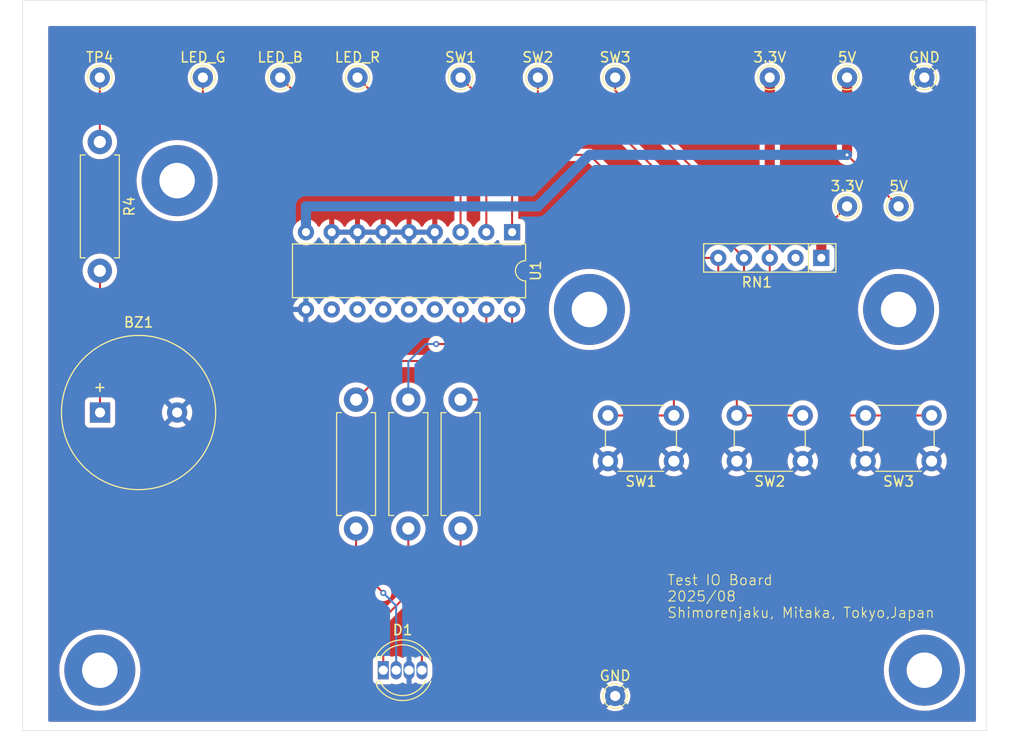
<source format=kicad_pcb>
(kicad_pcb (version 20240108) (generator "pcbnew") (generator_version "8.0")
  (layers (0 "F.Cu" signal) (31 "B.Cu" signal) (34 "B.Paste" user) (35 "F.Paste" user) (36 "B.SilkS" user "B.Silkscreen") (37 "F.SilkS" user "F.Silkscreen") (38 "B.Mask" user) (39 "F.Mask" user) (44 "Edge.Cuts" user))
  (net 0 "")
  (net 1 "Net-(BZ1-+)")
  (net 2 "GND")
  (net 3 "Net-(D1-GA)")
  (net 4 "Net-(D1-RA)")
  (net 5 "Net-(D1-BA)")
  (net 6 "Net-(U1-O1)")
  (net 7 "Net-(U1-O3)")
  (net 8 "Net-(U1-O2)")
  (net 9 "Net-(RN1-R4)")
  (net 10 "+3.3V")
  (net 11 "Net-(RN1-R2)")
  (net 13 "Net-(RN1-R3)")
  (net 14 "Net-(U1-I1)")
  (net 15 "Net-(U1-I2)")
  (net 16 "Net-(U1-I3)")
  (net 22 "+5V")
  (net 23 "Net-(R4-Pad1)")
  (footprint "Package_DIP:DIP-18_W7.62mm" (layer "F.Cu") (at 142.24 81.28 -90)
    (property "Reference" "U1" (at 3.81 -2.33 90) (layer "F.SilkS"))
    (property "Value" "TBD62785APG")
    (fp_line (start 1.16 21.65) (end 6.46 21.65) (stroke (width 0.12)) (layer "F.SilkS"))
    (fp_line (start 6.46 21.65) (end 6.46 -1.33) (stroke (width 0.12)) (layer "F.SilkS"))
    (fp_line (start 1.16 -1.33) (end 1.16 21.65) (stroke (width 0.12)) (layer "F.SilkS"))
    (fp_line (start 2.81 -1.33) (end 1.16 -1.33) (stroke (width 0.12)) (layer "F.SilkS"))
    (fp_line (start 6.46 -1.33) (end 4.81 -1.33) (stroke (width 0.12)) (layer "F.SilkS"))
    (fp_arc (start 4.81 -1.33) (mid 3.81 -0.33) (end 2.81 -1.33) (stroke (width 0.12)) (layer "F.SilkS"))
    (pad "1" thru_hole rect (at 0 0 270) (size 1.6 1.6) (drill 0.8) (layers "*.Cu" "*.Mask") (net 14 "Net-(U1-I1)"))
    (pad "2" thru_hole oval (at 0 2.54 270) (size 1.6 1.6) (drill 0.8) (layers "*.Cu" "*.Mask") (net 15 "Net-(U1-I2)"))
    (pad "3" thru_hole oval (at 0 5.08 270) (size 1.6 1.6) (drill 0.8) (layers "*.Cu" "*.Mask") (net 16 "Net-(U1-I3)"))
    (pad "4" thru_hole oval (at 0 7.62 270) (size 1.6 1.6) (drill 0.8) (layers "*.Cu" "*.Mask") (net 2 "GND"))
    (pad "5" thru_hole oval (at 0 10.16 270) (size 1.6 1.6) (drill 0.8) (layers "*.Cu" "*.Mask") (net 2 "GND"))
    (pad "6" thru_hole oval (at 0 12.7 270) (size 1.6 1.6) (drill 0.8) (layers "*.Cu" "*.Mask") (net 2 "GND"))
    (pad "7" thru_hole oval (at 0 15.24 270) (size 1.6 1.6) (drill 0.8) (layers "*.Cu" "*.Mask") (net 2 "GND"))
    (pad "8" thru_hole oval (at 0 17.78 270) (size 1.6 1.6) (drill 0.8) (layers "*.Cu" "*.Mask") (net 2 "GND"))
    (pad "9" thru_hole oval (at 0 20.32 270) (size 1.6 1.6) (drill 0.8) (layers "*.Cu" "*.Mask") (net 22 "+5V"))
    (pad "10" thru_hole oval (at 7.62 20.32 270) (size 1.6 1.6) (drill 0.8) (layers "*.Cu" "*.Mask") (net 2 "GND"))
    (pad "11" thru_hole oval (at 7.62 17.78 270) (size 1.6 1.6) (drill 0.8) (layers "*.Cu" "*.Mask"))
    (pad "12" thru_hole oval (at 7.62 15.24 270) (size 1.6 1.6) (drill 0.8) (layers "*.Cu" "*.Mask"))
    (pad "13" thru_hole oval (at 7.62 12.7 270) (size 1.6 1.6) (drill 0.8) (layers "*.Cu" "*.Mask"))
    (pad "14" thru_hole oval (at 7.62 10.16 270) (size 1.6 1.6) (drill 0.8) (layers "*.Cu" "*.Mask"))
    (pad "15" thru_hole oval (at 7.62 7.62 270) (size 1.6 1.6) (drill 0.8) (layers "*.Cu" "*.Mask"))
    (pad "16" thru_hole oval (at 7.62 5.08 270) (size 1.6 1.6) (drill 0.8) (layers "*.Cu" "*.Mask") (net 7 "Net-(U1-O3)"))
    (pad "17" thru_hole oval (at 7.62 2.54 270) (size 1.6 1.6) (drill 0.8) (layers "*.Cu" "*.Mask") (net 8 "Net-(U1-O2)"))
    (pad "18" thru_hole oval (at 7.62 0 270) (size 1.6 1.6) (drill 0.8) (layers "*.Cu" "*.Mask") (net 6 "Net-(U1-O1)"))
  )
  (footprint "TestPoint:TestPoint_THTPad_D2.0mm_Drill1.0mm" (layer "F.Cu") (at 111.76 66.04)
    (property "Reference" "LED_G" (at 0 -1.998 0) (layer "F.SilkS"))
    (property "Value" "LED_G")
    (fp_circle (center 0 0) (end 0 1.2) (stroke (width 0.12)) (fill none) (layer "F.SilkS"))
    (pad "1" thru_hole circle (at 0 0) (size 2 2) (drill 1) (layers "*.Cu" "*.Mask") (net 16 "Net-(U1-I3)"))
  )
  (footprint "TestPoint:TestPoint_THTPad_D2.0mm_Drill1.0mm" (layer "F.Cu") (at 137.16 66.04)
    (property "Reference" "SW1" (at 0 -1.998 0) (layer "F.SilkS"))
    (property "Value" "SW1")
    (fp_circle (center 0 0) (end 0 1.2) (stroke (width 0.12)) (fill none) (layer "F.SilkS"))
    (pad "1" thru_hole circle (at 0 0) (size 2 2) (drill 1) (layers "*.Cu" "*.Mask") (net 9 "Net-(RN1-R4)"))
  )
  (footprint "Button_Switch_THT:SW_PUSH_6mm_H7.3mm" (layer "F.Cu") (at 158.19 103.85 180)
    (property "Reference" "SW1" (at 3.25 -2 0) (layer "F.SilkS"))
    (property "Value" "RED")
    (fp_line (start 6.75 3) (end 6.75 1.5) (stroke (width 0.12)) (layer "F.SilkS"))
    (fp_line (start 5.5 -1) (end 1 -1) (stroke (width 0.12)) (layer "F.SilkS"))
    (fp_line (start 1 5.5) (end 5.5 5.5) (stroke (width 0.12)) (layer "F.SilkS"))
    (fp_line (start -0.25 1.5) (end -0.25 3) (stroke (width 0.12)) (layer "F.SilkS"))
    (pad "1" thru_hole circle (at 0 0 270) (size 2 2) (drill 1.1) (layers "*.Cu" "*.Mask") (net 2 "GND"))
    (pad "1" thru_hole circle (at 6.5 0 270) (size 2 2) (drill 1.1) (layers "*.Cu" "*.Mask") (net 2 "GND"))
    (pad "2" thru_hole circle (at 0 4.5 270) (size 2 2) (drill 1.1) (layers "*.Cu" "*.Mask") (net 9 "Net-(RN1-R4)"))
    (pad "2" thru_hole circle (at 6.5 4.5 270) (size 2 2) (drill 1.1) (layers "*.Cu" "*.Mask") (net 9 "Net-(RN1-R4)"))
  )
  (footprint "MountingHole:MountingHole_3.5mm_Pad" (layer "F.Cu") (at 101.6 124.46)
    (property "Reference" "REF**" (hide yes))
    (property "Value" "MountingHole_3.5mm_Pad")
    (pad "1" thru_hole circle (at 0 0) (size 7 7) (drill 3.5) (layers "*.Cu" "*.Mask"))
  )
  (footprint "Button_Switch_THT:SW_PUSH_6mm_H7.3mm" (layer "F.Cu") (at 183.59 103.85 180)
    (property "Reference" "SW3" (at 3.25 -2 0) (layer "F.SilkS"))
    (property "Value" "BLUE")
    (fp_line (start 6.75 3) (end 6.75 1.5) (stroke (width 0.12)) (layer "F.SilkS"))
    (fp_line (start 5.5 -1) (end 1 -1) (stroke (width 0.12)) (layer "F.SilkS"))
    (fp_line (start 1 5.5) (end 5.5 5.5) (stroke (width 0.12)) (layer "F.SilkS"))
    (fp_line (start -0.25 1.5) (end -0.25 3) (stroke (width 0.12)) (layer "F.SilkS"))
    (pad "1" thru_hole circle (at 0 0 270) (size 2 2) (drill 1.1) (layers "*.Cu" "*.Mask") (net 2 "GND"))
    (pad "1" thru_hole circle (at 6.5 0 270) (size 2 2) (drill 1.1) (layers "*.Cu" "*.Mask") (net 2 "GND"))
    (pad "2" thru_hole circle (at 0 4.5 270) (size 2 2) (drill 1.1) (layers "*.Cu" "*.Mask") (net 11 "Net-(RN1-R2)"))
    (pad "2" thru_hole circle (at 6.5 4.5 270) (size 2 2) (drill 1.1) (layers "*.Cu" "*.Mask") (net 11 "Net-(RN1-R2)"))
  )
  (footprint "Resistor_THT:R_Array_SIP5" (layer "F.Cu") (at 172.72 83.82 180)
    (property "Reference" "RN1" (at 6.35 -2.4 0) (layer "F.SilkS"))
    (property "Value" "R_Network04")
    (fp_line (start 11.6 1.4) (end 11.6 -1.4) (stroke (width 0.12)) (layer "F.SilkS"))
    (fp_line (start 11.6 -1.4) (end -1.44 -1.4) (stroke (width 0.12)) (layer "F.SilkS"))
    (fp_line (start 1.27 -1.4) (end 1.27 1.4) (stroke (width 0.12)) (layer "F.SilkS"))
    (fp_line (start -1.44 1.4) (end 11.6 1.4) (stroke (width 0.12)) (layer "F.SilkS"))
    (fp_line (start -1.44 -1.4) (end -1.44 1.4) (stroke (width 0.12)) (layer "F.SilkS"))
    (pad "1" thru_hole rect (at 0 0 180) (size 1.6 1.6) (drill 0.8) (layers "*.Cu" "*.Mask") (net 10 "+3.3V"))
    (pad "2" thru_hole oval (at 2.54 0 180) (size 1.6 1.6) (drill 0.8) (layers "*.Cu" "*.Mask"))
    (pad "3" thru_hole oval (at 5.08 0 180) (size 1.6 1.6) (drill 0.8) (layers "*.Cu" "*.Mask") (net 11 "Net-(RN1-R2)"))
    (pad "4" thru_hole oval (at 7.62 0 180) (size 1.6 1.6) (drill 0.8) (layers "*.Cu" "*.Mask") (net 13 "Net-(RN1-R3)"))
    (pad "5" thru_hole oval (at 10.16 0 180) (size 1.6 1.6) (drill 0.8) (layers "*.Cu" "*.Mask") (net 9 "Net-(RN1-R4)"))
  )
  (footprint "Button_Switch_THT:SW_PUSH_6mm_H7.3mm" (layer "F.Cu") (at 170.89 103.85 180)
    (property "Reference" "SW2" (at 3.25 -2 0) (layer "F.SilkS"))
    (property "Value" "GREEN")
    (fp_line (start 6.75 3) (end 6.75 1.5) (stroke (width 0.12)) (layer "F.SilkS"))
    (fp_line (start 5.5 -1) (end 1 -1) (stroke (width 0.12)) (layer "F.SilkS"))
    (fp_line (start 1 5.5) (end 5.5 5.5) (stroke (width 0.12)) (layer "F.SilkS"))
    (fp_line (start -0.25 1.5) (end -0.25 3) (stroke (width 0.12)) (layer "F.SilkS"))
    (pad "1" thru_hole circle (at 0 0 270) (size 2 2) (drill 1.1) (layers "*.Cu" "*.Mask") (net 2 "GND"))
    (pad "1" thru_hole circle (at 6.5 0 270) (size 2 2) (drill 1.1) (layers "*.Cu" "*.Mask") (net 2 "GND"))
    (pad "2" thru_hole circle (at 0 4.5 270) (size 2 2) (drill 1.1) (layers "*.Cu" "*.Mask") (net 13 "Net-(RN1-R3)"))
    (pad "2" thru_hole circle (at 6.5 4.5 270) (size 2 2) (drill 1.1) (layers "*.Cu" "*.Mask") (net 13 "Net-(RN1-R3)"))
  )
  (footprint "TestPoint:TestPoint_THTPad_D2.0mm_Drill1.0mm" (layer "F.Cu") (at 152.4 127)
    (property "Reference" "GND" (at 0 -1.998 0) (layer "F.SilkS"))
    (property "Value" "GND")
    (fp_circle (center 0 0) (end 0 1.2) (stroke (width 0.12)) (fill none) (layer "F.SilkS"))
    (pad "1" thru_hole circle (at 0 0) (size 2 2) (drill 1) (layers "*.Cu" "*.Mask") (net 2 "GND"))
  )
  (footprint "TestPoint:TestPoint_THTPad_D2.0mm_Drill1.0mm" (layer "F.Cu") (at 180.34 78.74)
    (property "Reference" "5V" (at 0 -1.998 0) (layer "F.SilkS"))
    (property "Value" "5V")
    (fp_circle (center 0 0) (end 0 1.2) (stroke (width 0.12)) (fill none) (layer "F.SilkS"))
    (pad "1" thru_hole circle (at 0 0) (size 2 2) (drill 1) (layers "*.Cu" "*.Mask") (net 22 "+5V"))
  )
  (footprint "TestPoint:TestPoint_THTPad_D2.0mm_Drill1.0mm" (layer "F.Cu") (at 152.4 66.04)
    (property "Reference" "SW3" (at 0 -1.998 0) (layer "F.SilkS"))
    (property "Value" "SW3")
    (fp_circle (center 0 0) (end 0 1.2) (stroke (width 0.12)) (fill none) (layer "F.SilkS"))
    (pad "1" thru_hole circle (at 0 0) (size 2 2) (drill 1) (layers "*.Cu" "*.Mask") (net 11 "Net-(RN1-R2)"))
  )
  (footprint "MountingHole:MountingHole_3.5mm_Pad" (layer "F.Cu") (at 182.88 124.46)
    (property "Reference" "REF**" (hide yes))
    (property "Value" "MountingHole_3.5mm_Pad")
    (pad "1" thru_hole circle (at 0 0) (size 7 7) (drill 3.5) (layers "*.Cu" "*.Mask"))
  )
  (footprint "Resistor_THT:R_Axial_DIN0411_L9.9mm_D3.6mm_P12.70mm_Horizontal" (layer "F.Cu") (at 137.16 97.79 -90)
    (property "Reference" "R1" (hide yes))
    (property "Value" "R")
    (fp_line (start 1.28 1.92) (end 11.42 1.92) (stroke (width 0.12)) (layer "F.SilkS"))
    (fp_line (start 11.42 1.92) (end 11.42 1.44) (stroke (width 0.12)) (layer "F.SilkS"))
    (fp_line (start 1.28 1.44) (end 1.28 1.92) (stroke (width 0.12)) (layer "F.SilkS"))
    (fp_line (start 1.28 -1.44) (end 1.28 -1.92) (stroke (width 0.12)) (layer "F.SilkS"))
    (fp_line (start 1.28 -1.92) (end 11.42 -1.92) (stroke (width 0.12)) (layer "F.SilkS"))
    (fp_line (start 11.42 -1.92) (end 11.42 -1.44) (stroke (width 0.12)) (layer "F.SilkS"))
    (pad "1" thru_hole circle (at 0 0 270) (size 2.4 2.4) (drill 1.2) (layers "*.Cu" "*.Mask") (net 6 "Net-(U1-O1)"))
    (pad "2" thru_hole oval (at 12.7 0 270) (size 2.4 2.4) (drill 1.2) (layers "*.Cu" "*.Mask") (net 4 "Net-(D1-RA)"))
  )
  (footprint "TestPoint:TestPoint_THTPad_D2.0mm_Drill1.0mm" (layer "F.Cu") (at 167.64 66.04)
    (property "Reference" "3.3V" (at 0 -1.998 0) (layer "F.SilkS"))
    (property "Value" "3.3V")
    (fp_circle (center 0 0) (end 0 1.2) (stroke (width 0.12)) (fill none) (layer "F.SilkS"))
    (pad "1" thru_hole circle (at 0 0) (size 2 2) (drill 1) (layers "*.Cu" "*.Mask") (net 10 "+3.3V"))
  )
  (footprint "Resistor_THT:R_Axial_DIN0411_L9.9mm_D3.6mm_P12.70mm_Horizontal" (layer "F.Cu") (at 132.01 97.79 -90)
    (property "Reference" "R2" (hide yes))
    (property "Value" "R")
    (fp_line (start 1.28 1.92) (end 11.42 1.92) (stroke (width 0.12)) (layer "F.SilkS"))
    (fp_line (start 11.42 1.92) (end 11.42 1.44) (stroke (width 0.12)) (layer "F.SilkS"))
    (fp_line (start 1.28 1.44) (end 1.28 1.92) (stroke (width 0.12)) (layer "F.SilkS"))
    (fp_line (start 1.28 -1.44) (end 1.28 -1.92) (stroke (width 0.12)) (layer "F.SilkS"))
    (fp_line (start 1.28 -1.92) (end 11.42 -1.92) (stroke (width 0.12)) (layer "F.SilkS"))
    (fp_line (start 11.42 -1.92) (end 11.42 -1.44) (stroke (width 0.12)) (layer "F.SilkS"))
    (pad "1" thru_hole circle (at 0 0 270) (size 2.4 2.4) (drill 1.2) (layers "*.Cu" "*.Mask") (net 7 "Net-(U1-O3)"))
    (pad "2" thru_hole oval (at 12.7 0 270) (size 2.4 2.4) (drill 1.2) (layers "*.Cu" "*.Mask") (net 3 "Net-(D1-GA)"))
  )
  (footprint "TestPoint:TestPoint_THTPad_D2.0mm_Drill1.0mm" (layer "F.Cu") (at 127 66.04)
    (property "Reference" "LED_R" (at 0 -1.998 0) (layer "F.SilkS"))
    (property "Value" "LED_R")
    (fp_circle (center 0 0) (end 0 1.2) (stroke (width 0.12)) (fill none) (layer "F.SilkS"))
    (pad "1" thru_hole circle (at 0 0) (size 2 2) (drill 1) (layers "*.Cu" "*.Mask") (net 14 "Net-(U1-I1)"))
  )
  (footprint "TestPoint:TestPoint_THTPad_D2.0mm_Drill1.0mm" (layer "F.Cu") (at 101.6 66.04)
    (property "Reference" "TP4" (at 0 -1.998 0) (layer "F.SilkS"))
    (property "Value" "BUZ")
    (fp_circle (center 0 0) (end 0 1.2) (stroke (width 0.12)) (fill none) (layer "F.SilkS"))
    (pad "1" thru_hole circle (at 0 0) (size 2 2) (drill 1) (layers "*.Cu" "*.Mask") (net 23 "Net-(R4-Pad1)"))
  )
  (footprint "TestPoint:TestPoint_THTPad_D2.0mm_Drill1.0mm" (layer "F.Cu") (at 119.38 66.04)
    (property "Reference" "LED_B" (at 0 -1.998 0) (layer "F.SilkS"))
    (property "Value" "LED_B")
    (fp_circle (center 0 0) (end 0 1.2) (stroke (width 0.12)) (fill none) (layer "F.SilkS"))
    (pad "1" thru_hole circle (at 0 0) (size 2 2) (drill 1) (layers "*.Cu" "*.Mask") (net 15 "Net-(U1-I2)"))
  )
  (footprint "Resistor_THT:R_Axial_DIN0411_L9.9mm_D3.6mm_P12.70mm_Horizontal" (layer "F.Cu") (at 126.86 97.79 -90)
    (property "Reference" "R3" (hide yes))
    (property "Value" "R")
    (fp_line (start 1.28 1.92) (end 11.42 1.92) (stroke (width 0.12)) (layer "F.SilkS"))
    (fp_line (start 11.42 1.92) (end 11.42 1.44) (stroke (width 0.12)) (layer "F.SilkS"))
    (fp_line (start 1.28 1.44) (end 1.28 1.92) (stroke (width 0.12)) (layer "F.SilkS"))
    (fp_line (start 1.28 -1.44) (end 1.28 -1.92) (stroke (width 0.12)) (layer "F.SilkS"))
    (fp_line (start 1.28 -1.92) (end 11.42 -1.92) (stroke (width 0.12)) (layer "F.SilkS"))
    (fp_line (start 11.42 -1.92) (end 11.42 -1.44) (stroke (width 0.12)) (layer "F.SilkS"))
    (pad "1" thru_hole circle (at 0 0 270) (size 2.4 2.4) (drill 1.2) (layers "*.Cu" "*.Mask") (net 8 "Net-(U1-O2)"))
    (pad "2" thru_hole oval (at 12.7 0 270) (size 2.4 2.4) (drill 1.2) (layers "*.Cu" "*.Mask") (net 5 "Net-(D1-BA)"))
  )
  (footprint "TestPoint:TestPoint_THTPad_D2.0mm_Drill1.0mm" (layer "F.Cu") (at 175.26 78.74)
    (property "Reference" "3.3V" (at 0 -1.998 0) (layer "F.SilkS"))
    (property "Value" "3.3V")
    (fp_circle (center 0 0) (end 0 1.2) (stroke (width 0.12)) (fill none) (layer "F.SilkS"))
    (pad "1" thru_hole circle (at 0 0) (size 2 2) (drill 1) (layers "*.Cu" "*.Mask") (net 10 "+3.3V"))
  )
  (footprint "MountingHole:MountingHole_3.5mm_Pad" (layer "F.Cu") (at 109.22 76.2)
    (property "Reference" "REF**" (hide yes))
    (property "Value" "MountingHole_3.5mm_Pad")
    (pad "1" thru_hole circle (at 0 0) (size 7 7) (drill 3.5) (layers "*.Cu" "*.Mask"))
  )
  (footprint "TestPoint:TestPoint_THTPad_D2.0mm_Drill1.0mm" (layer "F.Cu") (at 175.26 66.04)
    (property "Reference" "5V" (at 0 -1.998 0) (layer "F.SilkS"))
    (property "Value" "5V")
    (fp_circle (center 0 0) (end 0 1.2) (stroke (width 0.12)) (fill none) (layer "F.SilkS"))
    (pad "1" thru_hole circle (at 0 0) (size 2 2) (drill 1) (layers "*.Cu" "*.Mask") (net 22 "+5V"))
  )
  (footprint "MountingHole:MountingHole_3.5mm_Pad" (layer "F.Cu") (at 180.34 88.9)
    (property "Reference" "REF**" (hide yes))
    (property "Value" "MountingHole_3.5mm_Pad")
    (pad "1" thru_hole circle (at 0 0) (size 7 7) (drill 3.5) (layers "*.Cu" "*.Mask"))
  )
  (footprint "TestPoint:TestPoint_THTPad_D2.0mm_Drill1.0mm" (layer "F.Cu") (at 144.78 66.04)
    (property "Reference" "SW2" (at 0 -1.998 0) (layer "F.SilkS"))
    (property "Value" "SW2")
    (fp_circle (center 0 0) (end 0 1.2) (stroke (width 0.12)) (fill none) (layer "F.SilkS"))
    (pad "1" thru_hole circle (at 0 0) (size 2 2) (drill 1) (layers "*.Cu" "*.Mask") (net 13 "Net-(RN1-R3)"))
  )
  (footprint "Buzzer_Beeper:Buzzer_15x7.5RM7.6" (layer "F.Cu") (at 101.62 99.06)
    (property "Reference" "BZ1" (at 3.81 -8.89 0) (layer "F.SilkS"))
    (property "Value" "Buzzer")
    (fp_circle (center 3.8 0) (end 11.4 0) (stroke (width 0.12)) (fill none) (layer "F.SilkS"))
    (fp_text user "+" (at -0.01 -2.54 0) (layer "F.SilkS"))
    (pad "1" thru_hole rect (at 0 0) (size 2 2) (drill 1) (layers "*.Cu" "*.Mask") (net 1 "Net-(BZ1-+)"))
    (pad "2" thru_hole circle (at 7.6 0) (size 2 2) (drill 1) (layers "*.Cu" "*.Mask") (net 2 "GND"))
  )
  (footprint "MountingHole:MountingHole_3.5mm_Pad" (layer "F.Cu") (at 149.86 88.9)
    (property "Reference" "REF**" (hide yes))
    (property "Value" "MountingHole_3.5mm_Pad")
    (pad "1" thru_hole circle (at 0 0) (size 7 7) (drill 3.5) (layers "*.Cu" "*.Mask"))
  )
  (footprint "Resistor_THT:R_Axial_DIN0411_L9.9mm_D3.6mm_P12.70mm_Horizontal" (layer "F.Cu") (at 101.6 72.39 -90)
    (property "Reference" "R4" (at 6.35 -2.92 90) (layer "F.SilkS"))
    (property "Value" "R")
    (fp_line (start 1.28 1.92) (end 11.42 1.92) (stroke (width 0.12)) (layer "F.SilkS"))
    (fp_line (start 11.42 1.92) (end 11.42 1.44) (stroke (width 0.12)) (layer "F.SilkS"))
    (fp_line (start 1.28 1.44) (end 1.28 1.92) (stroke (width 0.12)) (layer "F.SilkS"))
    (fp_line (start 1.28 -1.44) (end 1.28 -1.92) (stroke (width 0.12)) (layer "F.SilkS"))
    (fp_line (start 1.28 -1.92) (end 11.42 -1.92) (stroke (width 0.12)) (layer "F.SilkS"))
    (fp_line (start 11.42 -1.92) (end 11.42 -1.44) (stroke (width 0.12)) (layer "F.SilkS"))
    (pad "1" thru_hole circle (at 0 0 270) (size 2.4 2.4) (drill 1.2) (layers "*.Cu" "*.Mask") (net 23 "Net-(R4-Pad1)"))
    (pad "2" thru_hole oval (at 12.7 0 270) (size 2.4 2.4) (drill 1.2) (layers "*.Cu" "*.Mask") (net 1 "Net-(BZ1-+)"))
  )
  (footprint "TestPoint:TestPoint_THTPad_D2.0mm_Drill1.0mm" (layer "F.Cu") (at 182.88 66.04)
    (property "Reference" "GND" (at 0 -1.998 0) (layer "F.SilkS"))
    (property "Value" "GND")
    (fp_circle (center 0 0) (end 0 1.2) (stroke (width 0.12)) (fill none) (layer "F.SilkS"))
    (pad "1" thru_hole circle (at 0 0) (size 2 2) (drill 1) (layers "*.Cu" "*.Mask") (net 2 "GND"))
  )
  (footprint "LED_THT:LED_D5.0mm-4_RGB" (layer "F.Cu") (at 129.54 124.46)
    (property "Reference" "D1" (at 1.905 -3.96 0) (layer "F.SilkS"))
    (property "Value" "LED_GBKR")
    (fp_line (start -0.655 -1.545) (end -0.655 -1.08) (stroke (width 0.12)) (layer "F.SilkS"))
    (fp_line (start -0.655 1.08) (end -0.655 1.545) (stroke (width 0.12)) (layer "F.SilkS"))
    (fp_arc (start -0.655 -1.54483) (mid 2.163456 -2.978809) (end 4.692815 -1.080827) (stroke (width 0.12)) (layer "F.SilkS"))
    (fp_arc (start -0.349684 -1.08) (mid 1.904762 -2.5) (end 4.159479 -1.080429) (stroke (width 0.12)) (layer "F.SilkS"))
    (fp_arc (start 4.159479 1.080429) (mid 1.904762 2.5) (end -0.349684 1.08) (stroke (width 0.12)) (layer "F.SilkS"))
    (fp_arc (start 4.692815 1.080827) (mid 2.163456 2.978808) (end -0.655 1.54483) (stroke (width 0.12)) (layer "F.SilkS"))
    (pad "1" thru_hole rect (at 0 0) (size 1.07 1.8) (drill 0.9) (layers "*.Cu" "*.Mask") (net 3 "Net-(D1-GA)"))
    (pad "2" thru_hole oval (at 1.27 0) (size 1.07 1.8) (drill 0.9) (layers "*.Cu" "*.Mask") (net 5 "Net-(D1-BA)"))
    (pad "3" thru_hole oval (at 2.54 0) (size 1.07 1.8) (drill 0.9) (layers "*.Cu" "*.Mask") (net 2 "GND"))
    (pad "4" thru_hole oval (at 3.81 0) (size 1.07 1.8) (drill 0.9) (layers "*.Cu" "*.Mask") (net 4 "Net-(D1-RA)"))
  )
  (gr_rect (start 93.98 58.42) (end 188.98 130.42) (stroke (width 0.05)) (fill none) (layer "Edge.Cuts"))
  (gr_text "Test IO Board\n2025/08\nShimorenjaku, Mitaka, Tokyo,Japan" (at 157.48 119.38 0) (layer "F.SilkS") (effects (font (size 1 1) (thickness 0.1)) (justify left bottom)))
  (segment (start 101.62 85.11) (end 101.6 85.09) (width 0.2) (layer "F.Cu") (net 1))
  (segment (start 101.62 99.06) (end 101.62 85.11) (width 0.2) (layer "F.Cu") (net 1))
  (segment (start 132.08 124.46) (end 132.08 124.825) (width 0.2) (layer "F.Cu") (net 2))
  (segment (start 132.08 116.84) (end 129.54 119.38) (width 0.2) (layer "F.Cu") (net 3))
  (segment (start 129.54 119.38) (end 129.54 124.46) (width 0.2) (layer "F.Cu") (net 3))
  (segment (start 132.01 116.77) (end 132.08 116.84) (width 0.2) (layer "F.Cu") (net 3))
  (segment (start 132.01 110.49) (end 132.01 116.77) (width 0.2) (layer "F.Cu") (net 3))
  (segment (start 137.16 110.49) (end 137.16 116.84) (width 0.2) (layer "F.Cu") (net 4))
  (segment (start 137.16 116.84) (end 133.35 120.65) (width 0.2) (layer "F.Cu") (net 4))
  (segment (start 133.35 120.65) (end 133.35 124.46) (width 0.2) (layer "F.Cu") (net 4))
  (segment (start 126.86 114.16) (end 129.54 116.84) (width 0.2) (layer "F.Cu") (net 5))
  (segment (start 126.86 110.49) (end 126.86 114.16) (width 0.2) (layer "F.Cu") (net 5))
  (via (at 129.54 116.84) (size 0.6) (drill 0.3) (layers "F.Cu" "B.Cu") (net 5))
  (segment (start 130.81 118.11) (end 129.54 116.84) (width 0.2) (layer "B.Cu") (net 5))
  (segment (start 130.81 124.46) (end 130.81 118.11) (width 0.2) (layer "B.Cu") (net 5))
  (segment (start 142.157129 97.79) (end 137.16 97.79) (width 0.2) (layer "F.Cu") (net 6))
  (segment (start 142.24 97.707129) (end 142.157129 97.79) (width 0.2) (layer "F.Cu") (net 6))
  (segment (start 142.24 88.9) (end 142.24 97.707129) (width 0.2) (layer "F.Cu") (net 6))
  (segment (start 134.762111 92.305973) (end 137.16 92.305973) (width 0.2) (layer "F.Cu") (net 7))
  (segment (start 137.16 92.305973) (end 137.16 88.9) (width 0.2) (layer "F.Cu") (net 7))
  (via (at 134.762111 92.305973) (size 0.6) (drill 0.3) (layers "F.Cu" "B.Cu") (net 7))
  (segment (start 132.01 94.05) (end 132.01 97.79) (width 0.2) (layer "B.Cu") (net 7))
  (segment (start 133.754027 92.305973) (end 132.01 94.05) (width 0.2) (layer "B.Cu") (net 7))
  (segment (start 134.762111 92.305973) (end 133.754027 92.305973) (width 0.2) (layer "B.Cu") (net 7))
  (segment (start 139.7 88.9) (end 139.7 93.98) (width 0.2) (layer "F.Cu") (net 8))
  (segment (start 139.7 93.98) (end 130.67 93.98) (width 0.2) (layer "F.Cu") (net 8))
  (segment (start 130.67 93.98) (end 126.86 97.79) (width 0.2) (layer "F.Cu") (net 8))
  (segment (start 137.16 66.04) (end 144.78 73.66) (width 0.2) (layer "F.Cu") (net 9))
  (segment (start 158.19 95.81) (end 160.02 93.98) (width 0.2) (layer "F.Cu") (net 9))
  (segment (start 158.19 99.35) (end 158.19 95.81) (width 0.2) (layer "F.Cu") (net 9))
  (segment (start 162.56 86.36) (end 162.56 91.44) (width 0.2) (layer "F.Cu") (net 9))
  (segment (start 149.86 73.66) (end 160.02 83.82) (width 0.2) (layer "F.Cu") (net 9))
  (segment (start 162.56 83.82) (end 162.56 86.36) (width 0.2) (layer "F.Cu") (net 9))
  (segment (start 160.02 93.98) (end 162.56 91.44) (width 0.2) (layer "F.Cu") (net 9))
  (segment (start 160.02 83.82) (end 162.56 83.82) (width 0.2) (layer "F.Cu") (net 9))
  (segment (start 144.78 73.66) (end 149.86 73.66) (width 0.2) (layer "F.Cu") (net 9))
  (segment (start 151.69 99.35) (end 158.19 99.35) (width 0.2) (layer "F.Cu") (net 9))
  (segment (start 172.72 81.28) (end 172.72 83.82) (width 1) (layer "F.Cu") (net 10))
  (segment (start 167.64 76.2) (end 172.72 81.28) (width 1) (layer "F.Cu") (net 10))
  (segment (start 167.64 66.04) (end 167.64 76.2) (width 1) (layer "F.Cu") (net 10))
  (segment (start 175.26 78.74) (end 172.72 81.28) (width 0.2) (layer "F.Cu") (net 10))
  (segment (start 175.26 95.25) (end 175.26 99.06) (width 0.2) (layer "F.Cu") (net 11))
  (segment (start 175.55 99.35) (end 177.09 99.35) (width 0.2) (layer "F.Cu") (net 11))
  (segment (start 170.18 93.98) (end 173.99 93.98) (width 0.2) (layer "F.Cu") (net 11))
  (segment (start 152.4 66.04) (end 152.4 67.31) (width 0.2) (layer "F.Cu") (net 11))
  (segment (start 173.99 93.98) (end 175.26 95.25) (width 0.2) (layer "F.Cu") (net 11))
  (segment (start 167.64 91.44) (end 170.18 93.98) (width 0.2) (layer "F.Cu") (net 11))
  (segment (start 175.26 99.06) (end 175.55 99.35) (width 0.2) (layer "F.Cu") (net 11))
  (segment (start 152.4 67.31) (end 167.64 82.55) (width 0.2) (layer "F.Cu") (net 11))
  (segment (start 177.09 99.35) (end 183.59 99.35) (width 0.2) (layer "F.Cu") (net 11))
  (segment (start 167.64 82.55) (end 167.64 83.82) (width 0.2) (layer "F.Cu") (net 11))
  (segment (start 167.64 83.82) (end 167.64 91.44) (width 0.2) (layer "F.Cu") (net 11))
  (segment (start 144.78 68.58) (end 147.32 71.12) (width 0.2) (layer "F.Cu") (net 13))
  (segment (start 144.78 66.04) (end 144.78 68.58) (width 0.2) (layer "F.Cu") (net 13))
  (segment (start 164.39 99.35) (end 170.89 99.35) (width 0.2) (layer "F.Cu") (net 13))
  (segment (start 165.1 91.44) (end 164.39 92.15) (width 0.2) (layer "F.Cu") (net 13))
  (segment (start 164.39 92.15) (end 164.39 99.35) (width 0.2) (layer "F.Cu") (net 13))
  (segment (start 152.4 71.12) (end 165.1 83.82) (width 0.2) (layer "F.Cu") (net 13))
  (segment (start 165.1 83.82) (end 165.1 91.44) (width 0.2) (layer "F.Cu") (net 13))
  (segment (start 147.32 71.12) (end 152.4 71.12) (width 0.2) (layer "F.Cu") (net 13))
  (segment (start 127 66.04) (end 130.767819 69.807819) (width 0.2) (layer "F.Cu") (net 14))
  (segment (start 130.767819 69.807819) (end 138.54716 69.807819) (width 0.2) (layer "F.Cu") (net 14))
  (segment (start 142.24 73.500659) (end 142.24 81.28) (width 0.2) (layer "F.Cu") (net 14))
  (segment (start 138.54716 69.807819) (end 142.24 73.500659) (width 0.2) (layer "F.Cu") (net 14))
  (segment (start 139.7 81.28) (end 139.7 76.2) (width 0.2) (layer "F.Cu") (net 15))
  (segment (start 134.62 71.12) (end 124.46 71.12) (width 0.2) (layer "F.Cu") (net 15))
  (segment (start 124.46 71.12) (end 119.38 66.04) (width 0.2) (layer "F.Cu") (net 15))
  (segment (start 139.7 76.2) (end 134.62 71.12) (width 0.2) (layer "F.Cu") (net 15))
  (segment (start 111.76 66.04) (end 111.76 71.12) (width 0.2) (layer "F.Cu") (net 16))
  (segment (start 133.835575 72.875575) (end 137.16 76.2) (width 0.2) (layer "F.Cu") (net 16))
  (segment (start 137.16 76.2) (end 137.16 81.28) (width 0.2) (layer "F.Cu") (net 16))
  (segment (start 113.515575 72.875575) (end 133.835575 72.875575) (width 0.2) (layer "F.Cu") (net 16))
  (segment (start 111.76 71.12) (end 113.515575 72.875575) (width 0.2) (layer "F.Cu") (net 16))
  (segment (start 175.26 66.04) (end 175.26 73.66) (width 1) (layer "F.Cu") (net 22))
  (segment (start 180.34 78.74) (end 175.26 73.66) (width 0.2) (layer "F.Cu") (net 22))
  (via (at 175.26 73.66) (size 0.6) (drill 0.3) (layers "F.Cu" "B.Cu") (net 22))
  (segment (start 175.26 73.66) (end 149.86 73.66) (width 1) (layer "B.Cu") (net 22))
  (segment (start 121.92 78.74) (end 121.92 81.28) (width 1) (layer "B.Cu") (net 22))
  (segment (start 149.86 73.66) (end 144.78 78.74) (width 1) (layer "B.Cu") (net 22))
  (segment (start 144.78 78.74) (end 121.92 78.74) (width 1) (layer "B.Cu") (net 22))
  (segment (start 101.6 66.04) (end 101.6 72.39) (width 0.2) (layer "F.Cu") (net 23))
  (zone (net 2) (net_name "GND") (layers "F&B.Cu") (connect_pads (clearance 0.5)) (min_thickness 0.25) (fill yes (thermal_gap 0.5) (thermal_bridge_width 0.5))
    (polygon (pts (xy 96.52 60.96) (xy 96.52 129.54) (xy 187.96 129.54) (xy 187.96 60.96)))
  )
)
</source>
